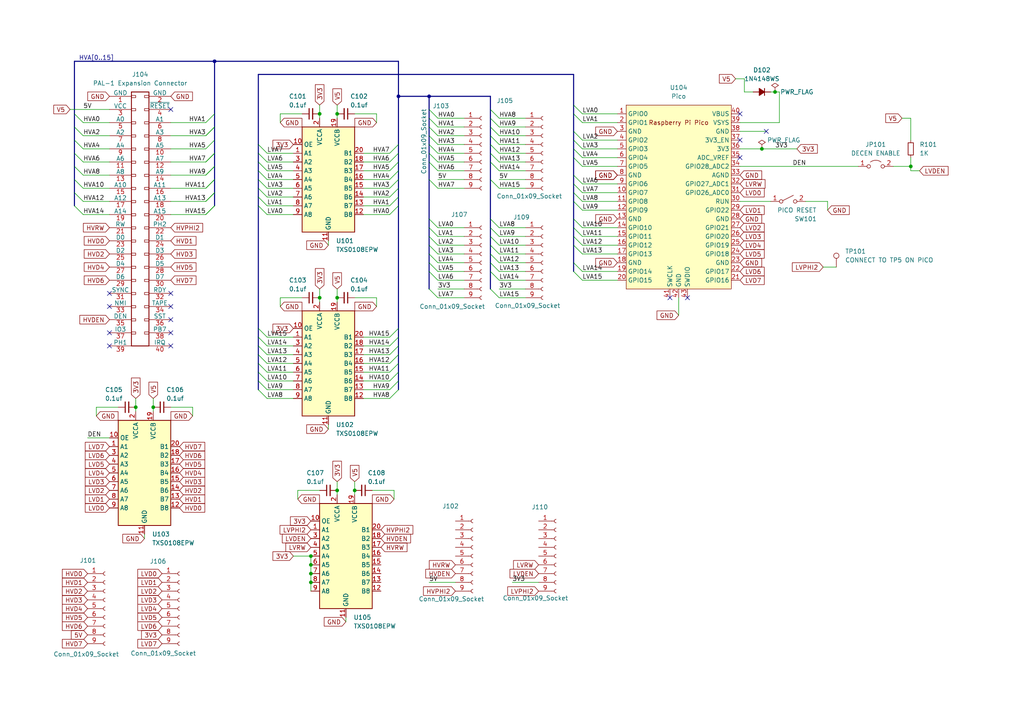
<source format=kicad_sch>
(kicad_sch (version 20231120) (generator "eeschema") (generator_version "8.0")
  (paper "A4")
  (junction (at 102.87 142.24))
  (junction (at 90.17 168.91))
  (junction (at 97.79 33.02))
  (junction (at 90.17 163.83))
  (junction (at 92.71 86.36))
  (junction (at 97.79 86.36))
  (junction (at 90.17 166.37))
  (junction (at 224.79 26.67))
  (junction (at 92.71 33.02))
  (junction (at 44.45 118.11))
  (junction (at 124.46 27.94))
  (junction (at 264.16 48.26))
  (junction (at 62.23 17.78))
  (junction (at 97.79 142.24))
  (junction (at 220.98 43.18))
  (junction (at 115.57 27.94))
  (junction (at 39.37 118.11))
  (junction (at 90.17 161.29))
  (no_connect (at 31.75 85.09))
  (no_connect (at 49.53 92.71))
  (no_connect (at 214.63 33.02))
  (no_connect (at 49.53 96.52))
  (no_connect (at 49.53 85.09))
  (no_connect (at 214.63 40.64))
  (no_connect (at 49.53 88.9))
  (no_connect (at 31.75 88.9))
  (no_connect (at 49.53 31.75))
  (no_connect (at 31.75 96.52))
  (no_connect (at 49.53 100.33))
  (no_connect (at 194.31 86.36))
  (no_connect (at 199.39 86.36))
  (no_connect (at 31.75 100.33))
  (no_connect (at 214.63 45.72))
  (no_connect (at 222.25 38.1))
  (bus_entry (at 166.37 76.2) (size 2.54 2.54))
  (bus_entry (at 59.69 35.56) (size 2.54 -2.54))
  (bus_entry (at 166.37 71.12) (size 2.54 2.54))
  (bus_entry (at 166.37 58.42) (size 2.54 2.54))
  (bus_entry (at 21.59 36.83) (size 2.54 2.54))
  (bus_entry (at 113.03 46.99) (size 2.54 -2.54))
  (bus_entry (at 21.59 55.88) (size 2.54 2.54))
  (bus_entry (at 166.37 40.64) (size 2.54 2.54))
  (bus_entry (at 166.37 33.02) (size 2.54 2.54))
  (bus_entry (at 113.03 100.33) (size 2.54 -2.54))
  (bus_entry (at 142.24 44.45) (size 2.54 2.54))
  (bus_entry (at 166.37 66.04) (size 2.54 2.54))
  (bus_entry (at 142.24 76.2) (size 2.54 2.54))
  (bus_entry (at 166.37 30.48) (size 2.54 2.54))
  (bus_entry (at 59.69 58.42) (size 2.54 -2.54))
  (bus_entry (at 142.24 39.37) (size 2.54 2.54))
  (bus_entry (at 124.46 78.74) (size 2.54 2.54))
  (bus_entry (at 142.24 41.91) (size 2.54 2.54))
  (bus_entry (at 166.37 78.74) (size 2.54 2.54))
  (bus_entry (at 166.37 68.58) (size 2.54 2.54))
  (bus_entry (at 166.37 63.5) (size 2.54 2.54))
  (bus_entry (at 142.24 73.66) (size 2.54 2.54))
  (bus_entry (at 142.24 52.07) (size 2.54 2.54))
  (bus_entry (at 166.37 43.18) (size 2.54 2.54))
  (bus_entry (at 59.69 39.37) (size 2.54 -2.54))
  (bus_entry (at 166.37 55.88) (size 2.54 2.54))
  (bus_entry (at 124.46 44.45) (size 2.54 2.54))
  (bus_entry (at 113.03 102.87) (size 2.54 -2.54))
  (bus_entry (at 74.93 41.91) (size 2.54 2.54))
  (bus_entry (at 113.03 107.95) (size 2.54 -2.54))
  (bus_entry (at 124.46 39.37) (size 2.54 2.54))
  (bus_entry (at 166.37 38.1) (size 2.54 2.54))
  (bus_entry (at 74.93 46.99) (size 2.54 2.54))
  (bus_entry (at 113.03 110.49) (size 2.54 -2.54))
  (bus_entry (at 113.03 115.57) (size 2.54 -2.54))
  (bus_entry (at 142.24 68.58) (size 2.54 2.54))
  (bus_entry (at 21.59 44.45) (size 2.54 2.54))
  (bus_entry (at 59.69 54.61) (size 2.54 -2.54))
  (bus_entry (at 113.03 105.41) (size 2.54 -2.54))
  (bus_entry (at 74.93 100.33) (size 2.54 2.54))
  (bus_entry (at 124.46 52.07) (size 2.54 2.54))
  (bus_entry (at 59.69 46.99) (size 2.54 -2.54))
  (bus_entry (at 59.69 62.23) (size 2.54 -2.54))
  (bus_entry (at 142.24 34.29) (size 2.54 2.54))
  (bus_entry (at 142.24 71.12) (size 2.54 2.54))
  (bus_entry (at 74.93 49.53) (size 2.54 2.54))
  (bus_entry (at 124.46 68.58) (size 2.54 2.54))
  (bus_entry (at 74.93 97.79) (size 2.54 2.54))
  (bus_entry (at 124.46 71.12) (size 2.54 2.54))
  (bus_entry (at 142.24 66.04) (size 2.54 2.54))
  (bus_entry (at 124.46 34.29) (size 2.54 2.54))
  (bus_entry (at 166.37 53.34) (size 2.54 2.54))
  (bus_entry (at 142.24 36.83) (size 2.54 2.54))
  (bus_entry (at 74.93 54.61) (size 2.54 2.54))
  (bus_entry (at 21.59 40.64) (size 2.54 2.54))
  (bus_entry (at 59.69 50.8) (size 2.54 -2.54))
  (bus_entry (at 59.69 54.61) (size 2.54 -2.54))
  (bus_entry (at 166.37 50.8) (size 2.54 2.54))
  (bus_entry (at 74.93 57.15) (size 2.54 2.54))
  (bus_entry (at 124.46 46.99) (size 2.54 2.54))
  (bus_entry (at 113.03 44.45) (size 2.54 -2.54))
  (bus_entry (at 124.46 66.04) (size 2.54 2.54))
  (bus_entry (at 124.46 83.82) (size 2.54 2.54))
  (bus_entry (at 74.93 110.49) (size 2.54 2.54))
  (bus_entry (at 142.24 83.82) (size 2.54 2.54))
  (bus_entry (at 74.93 107.95) (size 2.54 2.54))
  (bus_entry (at 142.24 46.99) (size 2.54 2.54))
  (bus_entry (at 124.46 31.75) (size 2.54 2.54))
  (bus_entry (at 74.93 105.41) (size 2.54 2.54))
  (bus_entry (at 59.69 39.37) (size 2.54 -2.54))
  (bus_entry (at 113.03 97.79) (size 2.54 -2.54))
  (bus_entry (at 59.69 50.8) (size 2.54 -2.54))
  (bus_entry (at 74.93 113.03) (size 2.54 2.54))
  (bus_entry (at 74.93 44.45) (size 2.54 2.54))
  (bus_entry (at 142.24 63.5) (size 2.54 2.54))
  (bus_entry (at 113.03 62.23) (size 2.54 -2.54))
  (bus_entry (at 166.37 45.72) (size 2.54 2.54))
  (bus_entry (at 124.46 63.5) (size 2.54 2.54))
  (bus_entry (at 59.69 58.42) (size 2.54 -2.54))
  (bus_entry (at 124.46 36.83) (size 2.54 2.54))
  (bus_entry (at 21.59 48.26) (size 2.54 2.54))
  (bus_entry (at 59.69 62.23) (size 2.54 -2.54))
  (bus_entry (at 74.93 52.07) (size 2.54 2.54))
  (bus_entry (at 113.03 59.69) (size 2.54 -2.54))
  (bus_entry (at 124.46 76.2) (size 2.54 2.54))
  (bus_entry (at 142.24 31.75) (size 2.54 2.54))
  (bus_entry (at 21.59 59.69) (size 2.54 2.54))
  (bus_entry (at 21.59 52.07) (size 2.54 2.54))
  (bus_entry (at 59.69 43.18) (size 2.54 -2.54))
  (bus_entry (at 124.46 73.66) (size 2.54 2.54))
  (bus_entry (at 113.03 49.53) (size 2.54 -2.54))
  (bus_entry (at 74.93 102.87) (size 2.54 2.54))
  (bus_entry (at 74.93 95.25) (size 2.54 2.54))
  (bus_entry (at 74.93 59.69) (size 2.54 2.54))
  (bus_entry (at 113.03 57.15) (size 2.54 -2.54))
  (bus_entry (at 142.24 78.74) (size 2.54 2.54))
  (bus_entry (at 113.03 113.03) (size 2.54 -2.54))
  (bus_entry (at 113.03 52.07) (size 2.54 -2.54))
  (bus_entry (at 59.69 46.99) (size 2.54 -2.54))
  (bus_entry (at 124.46 41.91) (size 2.54 2.54))
  (bus_entry (at 113.03 54.61) (size 2.54 -2.54))
  (bus_entry (at 21.59 33.02) (size 2.54 2.54))
  (wire (pts (xy 168.91 73.66) (xy 179.07 73.66)))
  (wire (pts (xy 127 81.28) (xy 134.62 81.28)))
  (wire (pts (xy 49.53 43.18) (xy 59.69 43.18)))
  (wire (pts (xy 168.91 33.02) (xy 179.07 33.02)))
  (wire (pts (xy 92.71 33.02) (xy 92.71 34.29)))
  (wire (pts (xy 114.3 142.24) (xy 114.3 144.78)))
  (wire (pts (xy 144.78 66.04) (xy 152.4 66.04)))
  (wire (pts (xy 144.78 49.53) (xy 152.4 49.53)))
  (wire (pts (xy 77.47 44.45) (xy 85.09 44.45)))
  (wire (pts (xy 168.91 48.26) (xy 179.07 48.26)))
  (wire (pts (xy 144.78 86.36) (xy 152.4 86.36)))
  (wire (pts (xy 144.78 41.91) (xy 152.4 41.91)))
  (bus (pts (xy 115.57 49.53) (xy 115.57 52.07)))
  (wire (pts (xy 105.41 102.87) (xy 113.03 102.87)))
  (wire (pts (xy 218.44 26.67) (xy 215.9 26.67)))
  (bus (pts (xy 115.57 107.95) (xy 115.57 110.49)))
  (wire (pts (xy 226.06 26.67) (xy 226.06 35.56)))
  (bus (pts (xy 166.37 68.58) (xy 166.37 71.12)))
  (bus (pts (xy 62.23 40.64) (xy 62.23 44.45)))
  (bus (pts (xy 124.46 31.75) (xy 124.46 34.29)))
  (wire (pts (xy 102.87 139.7) (xy 102.87 142.24)))
  (wire (pts (xy 127 71.12) (xy 134.62 71.12)))
  (bus (pts (xy 74.93 113.03) (xy 74.93 110.49)))
  (wire (pts (xy 144.78 83.82) (xy 152.4 83.82)))
  (wire (pts (xy 264.16 48.26) (xy 264.16 49.53)))
  (wire (pts (xy 168.91 53.34) (xy 179.07 53.34)))
  (bus (pts (xy 62.23 17.78) (xy 62.23 33.02)))
  (bus (pts (xy 142.24 34.29) (xy 142.24 36.83)))
  (bus (pts (xy 166.37 33.02) (xy 166.37 38.1)))
  (wire (pts (xy 24.13 62.23) (xy 31.75 62.23)))
  (bus (pts (xy 21.59 40.64) (xy 21.59 36.83)))
  (wire (pts (xy 214.63 58.42) (xy 223.52 58.42)))
  (wire (pts (xy 44.45 115.57) (xy 44.45 118.11)))
  (bus (pts (xy 142.24 71.12) (xy 142.24 73.66)))
  (wire (pts (xy 77.47 57.15) (xy 85.09 57.15)))
  (bus (pts (xy 74.93 59.69) (xy 74.93 57.15)))
  (wire (pts (xy 97.79 33.02) (xy 97.79 34.29)))
  (bus (pts (xy 166.37 66.04) (xy 166.37 68.58)))
  (wire (pts (xy 168.91 66.04) (xy 179.07 66.04)))
  (bus (pts (xy 124.46 68.58) (xy 124.46 71.12)))
  (wire (pts (xy 49.53 46.99) (xy 59.69 46.99)))
  (bus (pts (xy 21.59 52.07) (xy 21.59 48.26)))
  (wire (pts (xy 259.08 48.26) (xy 264.16 48.26)))
  (wire (pts (xy 39.37 118.11) (xy 39.37 119.38)))
  (wire (pts (xy 95.25 69.85) (xy 95.25 71.12)))
  (wire (pts (xy 105.41 46.99) (xy 113.03 46.99)))
  (bus (pts (xy 142.24 36.83) (xy 142.24 39.37)))
  (bus (pts (xy 166.37 63.5) (xy 166.37 66.04)))
  (wire (pts (xy 213.36 22.86) (xy 215.9 22.86)))
  (bus (pts (xy 74.93 41.91) (xy 74.93 21.59)))
  (wire (pts (xy 24.13 46.99) (xy 31.75 46.99)))
  (wire (pts (xy 90.17 166.37) (xy 90.17 168.91)))
  (wire (pts (xy 168.91 60.96) (xy 179.07 60.96)))
  (wire (pts (xy 144.78 81.28) (xy 152.4 81.28)))
  (bus (pts (xy 62.23 36.83) (xy 62.23 40.64)))
  (wire (pts (xy 127 52.07) (xy 134.62 52.07)))
  (wire (pts (xy 144.78 76.2) (xy 152.4 76.2)))
  (wire (pts (xy 214.63 43.18) (xy 220.98 43.18)))
  (wire (pts (xy 49.53 50.8) (xy 59.69 50.8)))
  (wire (pts (xy 148.59 168.91) (xy 156.21 168.91)))
  (wire (pts (xy 97.79 30.48) (xy 97.79 33.02)))
  (wire (pts (xy 77.47 46.99) (xy 85.09 46.99)))
  (wire (pts (xy 77.47 100.33) (xy 85.09 100.33)))
  (wire (pts (xy 77.47 59.69) (xy 85.09 59.69)))
  (wire (pts (xy 105.41 113.03) (xy 113.03 113.03)))
  (bus (pts (xy 115.57 110.49) (xy 115.57 113.03)))
  (bus (pts (xy 74.93 105.41) (xy 74.93 102.87)))
  (wire (pts (xy 127 44.45) (xy 134.62 44.45)))
  (wire (pts (xy 81.28 86.36) (xy 81.28 88.9)))
  (wire (pts (xy 49.53 62.23) (xy 59.69 62.23)))
  (bus (pts (xy 62.23 52.07) (xy 62.23 55.88)))
  (wire (pts (xy 220.98 43.18) (xy 231.14 43.18)))
  (wire (pts (xy 24.13 35.56) (xy 31.75 35.56)))
  (bus (pts (xy 166.37 58.42) (xy 166.37 63.5)))
  (wire (pts (xy 97.79 142.24) (xy 97.79 143.51)))
  (wire (pts (xy 97.79 86.36) (xy 97.79 87.63)))
  (bus (pts (xy 21.59 59.69) (xy 21.59 55.88)))
  (wire (pts (xy 105.41 59.69) (xy 113.03 59.69)))
  (bus (pts (xy 166.37 30.48) (xy 166.37 33.02)))
  (wire (pts (xy 105.41 105.41) (xy 113.03 105.41)))
  (wire (pts (xy 97.79 83.82) (xy 97.79 86.36)))
  (wire (pts (xy 24.13 54.61) (xy 31.75 54.61)))
  (wire (pts (xy 100.33 179.07) (xy 100.33 180.34)))
  (bus (pts (xy 62.23 17.78) (xy 115.57 17.78)))
  (wire (pts (xy 238.76 77.47) (xy 242.57 77.47)))
  (bus (pts (xy 124.46 39.37) (xy 124.46 41.91)))
  (wire (pts (xy 168.91 78.74) (xy 179.07 78.74)))
  (wire (pts (xy 81.28 86.36) (xy 87.63 86.36)))
  (wire (pts (xy 127 78.74) (xy 134.62 78.74)))
  (wire (pts (xy 264.16 49.53) (xy 266.7 49.53)))
  (wire (pts (xy 77.47 110.49) (xy 85.09 110.49)))
  (wire (pts (xy 39.37 115.57) (xy 39.37 118.11)))
  (wire (pts (xy 144.78 54.61) (xy 152.4 54.61)))
  (wire (pts (xy 92.71 83.82) (xy 92.71 86.36)))
  (wire (pts (xy 90.17 161.29) (xy 90.17 163.83)))
  (bus (pts (xy 74.93 49.53) (xy 74.93 46.99)))
  (wire (pts (xy 24.13 43.18) (xy 31.75 43.18)))
  (bus (pts (xy 142.24 39.37) (xy 142.24 41.91)))
  (wire (pts (xy 27.94 118.11) (xy 34.29 118.11)))
  (wire (pts (xy 24.13 39.37) (xy 31.75 39.37)))
  (wire (pts (xy 233.68 58.42) (xy 240.03 58.42)))
  (wire (pts (xy 105.41 107.95) (xy 113.03 107.95)))
  (wire (pts (xy 25.4 127) (xy 31.75 127)))
  (wire (pts (xy 127 73.66) (xy 134.62 73.66)))
  (wire (pts (xy 77.47 113.03) (xy 85.09 113.03)))
  (wire (pts (xy 77.47 107.95) (xy 85.09 107.95)))
  (bus (pts (xy 62.23 44.45) (xy 62.23 48.26)))
  (bus (pts (xy 142.24 46.99) (xy 142.24 52.07)))
  (bus (pts (xy 142.24 78.74) (xy 142.24 83.82)))
  (wire (pts (xy 224.79 26.67) (xy 226.06 26.67)))
  (bus (pts (xy 124.46 78.74) (xy 124.46 83.82)))
  (wire (pts (xy 144.78 46.99) (xy 152.4 46.99)))
  (bus (pts (xy 115.57 59.69) (xy 115.57 95.25)))
  (wire (pts (xy 144.78 34.29) (xy 152.4 34.29)))
  (wire (pts (xy 20.32 31.75) (xy 31.75 31.75)))
  (wire (pts (xy 223.52 26.67) (xy 224.79 26.67)))
  (bus (pts (xy 142.24 41.91) (xy 142.24 44.45)))
  (wire (pts (xy 144.78 44.45) (xy 152.4 44.45)))
  (bus (pts (xy 124.46 27.94) (xy 142.24 27.94)))
  (wire (pts (xy 168.91 43.18) (xy 179.07 43.18)))
  (wire (pts (xy 49.53 54.61) (xy 59.69 54.61)))
  (bus (pts (xy 124.46 63.5) (xy 124.46 66.04)))
  (bus (pts (xy 142.24 76.2) (xy 142.24 78.74)))
  (bus (pts (xy 62.23 33.02) (xy 62.23 36.83)))
  (wire (pts (xy 105.41 115.57) (xy 113.03 115.57)))
  (bus (pts (xy 166.37 50.8) (xy 166.37 53.34)))
  (bus (pts (xy 142.24 63.5) (xy 142.24 66.04)))
  (bus (pts (xy 166.37 45.72) (xy 166.37 50.8)))
  (wire (pts (xy 77.47 115.57) (xy 85.09 115.57)))
  (bus (pts (xy 74.93 57.15) (xy 74.93 54.61)))
  (wire (pts (xy 127 39.37) (xy 134.62 39.37)))
  (bus (pts (xy 74.93 102.87) (xy 74.93 100.33)))
  (bus (pts (xy 166.37 40.64) (xy 166.37 43.18)))
  (bus (pts (xy 124.46 34.29) (xy 124.46 36.83)))
  (wire (pts (xy 168.91 68.58) (xy 179.07 68.58)))
  (wire (pts (xy 41.91 154.94) (xy 41.91 156.21)))
  (wire (pts (xy 109.22 88.9) (xy 109.22 86.36)))
  (wire (pts (xy 264.16 40.64) (xy 264.16 34.29)))
  (wire (pts (xy 102.87 33.02) (xy 109.22 33.02)))
  (wire (pts (xy 127 68.58) (xy 134.62 68.58)))
  (wire (pts (xy 102.87 86.36) (xy 109.22 86.36)))
  (wire (pts (xy 87.63 33.02) (xy 81.28 33.02)))
  (wire (pts (xy 86.36 142.24) (xy 86.36 144.78)))
  (bus (pts (xy 115.57 27.94) (xy 115.57 41.91)))
  (wire (pts (xy 168.91 58.42) (xy 179.07 58.42)))
  (wire (pts (xy 81.28 33.02) (xy 81.28 35.56)))
  (wire (pts (xy 105.41 57.15) (xy 113.03 57.15)))
  (bus (pts (xy 21.59 36.83) (xy 21.59 33.02)))
  (bus (pts (xy 166.37 43.18) (xy 166.37 45.72)))
  (wire (pts (xy 77.47 62.23) (xy 85.09 62.23)))
  (wire (pts (xy 77.47 52.07) (xy 85.09 52.07)))
  (bus (pts (xy 115.57 102.87) (xy 115.57 105.41)))
  (bus (pts (xy 124.46 46.99) (xy 124.46 52.07)))
  (bus (pts (xy 124.46 44.45) (xy 124.46 46.99)))
  (bus (pts (xy 124.46 71.12) (xy 124.46 73.66)))
  (wire (pts (xy 127 66.04) (xy 134.62 66.04)))
  (wire (pts (xy 49.53 35.56) (xy 59.69 35.56)))
  (bus (pts (xy 124.46 31.75) (xy 124.46 27.94)))
  (bus (pts (xy 124.46 66.04) (xy 124.46 68.58)))
  (wire (pts (xy 127 34.29) (xy 134.62 34.29)))
  (wire (pts (xy 144.78 36.83) (xy 152.4 36.83)))
  (bus (pts (xy 124.46 73.66) (xy 124.46 76.2)))
  (bus (pts (xy 115.57 95.25) (xy 115.57 97.79)))
  (bus (pts (xy 142.24 68.58) (xy 142.24 71.12)))
  (wire (pts (xy 168.91 35.56) (xy 179.07 35.56)))
  (bus (pts (xy 74.93 46.99) (xy 74.93 44.45)))
  (wire (pts (xy 92.71 86.36) (xy 92.71 87.63)))
  (wire (pts (xy 127 46.99) (xy 134.62 46.99)))
  (wire (pts (xy 105.41 54.61) (xy 113.03 54.61)))
  (bus (pts (xy 74.93 110.49) (xy 74.93 107.95)))
  (wire (pts (xy 77.47 102.87) (xy 85.09 102.87)))
  (bus (pts (xy 62.23 55.88) (xy 62.23 59.69)))
  (bus (pts (xy 74.93 21.59) (xy 166.37 21.59)))
  (wire (pts (xy 95.25 123.19) (xy 95.25 124.46)))
  (bus (pts (xy 74.93 97.79) (xy 74.93 95.25)))
  (bus (pts (xy 21.59 33.02) (xy 21.59 17.78)))
  (bus (pts (xy 74.93 44.45) (xy 74.93 41.91)))
  (wire (pts (xy 107.95 142.24) (xy 114.3 142.24)))
  (wire (pts (xy 105.41 52.07) (xy 113.03 52.07)))
  (wire (pts (xy 168.91 81.28) (xy 179.07 81.28)))
  (bus (pts (xy 142.24 73.66) (xy 142.24 76.2)))
  (bus (pts (xy 74.93 54.61) (xy 74.93 52.07)))
  (wire (pts (xy 97.79 139.7) (xy 97.79 142.24)))
  (wire (pts (xy 102.87 142.24) (xy 102.87 143.51)))
  (wire (pts (xy 127 49.53) (xy 134.62 49.53)))
  (wire (pts (xy 24.13 58.42) (xy 31.75 58.42)))
  (bus (pts (xy 142.24 44.45) (xy 142.24 46.99)))
  (wire (pts (xy 86.36 142.24) (xy 92.71 142.24)))
  (wire (pts (xy 127 36.83) (xy 134.62 36.83)))
  (wire (pts (xy 77.47 49.53) (xy 85.09 49.53)))
  (bus (pts (xy 142.24 66.04) (xy 142.24 68.58)))
  (wire (pts (xy 90.17 168.91) (xy 90.17 171.45)))
  (bus (pts (xy 124.46 27.94) (xy 115.57 27.94)))
  (bus (pts (xy 142.24 52.07) (xy 142.24 63.5)))
  (bus (pts (xy 115.57 52.07) (xy 115.57 54.61)))
  (wire (pts (xy 214.63 35.56) (xy 226.06 35.56)))
  (wire (pts (xy 196.85 86.36) (xy 196.85 91.44)))
  (bus (pts (xy 74.93 100.33) (xy 74.93 97.79)))
  (bus (pts (xy 166.37 53.34) (xy 166.37 55.88)))
  (wire (pts (xy 77.47 97.79) (xy 85.09 97.79)))
  (wire (pts (xy 127 41.91) (xy 134.62 41.91)))
  (bus (pts (xy 124.46 36.83) (xy 124.46 39.37)))
  (bus (pts (xy 115.57 97.79) (xy 115.57 100.33)))
  (bus (pts (xy 166.37 71.12) (xy 166.37 76.2)))
  (wire (pts (xy 24.13 50.8) (xy 31.75 50.8)))
  (wire (pts (xy 144.78 39.37) (xy 152.4 39.37)))
  (wire (pts (xy 124.46 168.91) (xy 132.08 168.91)))
  (wire (pts (xy 77.47 105.41) (xy 85.09 105.41)))
  (wire (pts (xy 27.94 118.11) (xy 27.94 120.65)))
  (wire (pts (xy 168.91 45.72) (xy 179.07 45.72)))
  (wire (pts (xy 168.91 40.64) (xy 179.07 40.64)))
  (bus (pts (xy 74.93 95.25) (xy 74.93 59.69)))
  (wire (pts (xy 109.22 33.02) (xy 109.22 35.56)))
  (bus (pts (xy 62.23 48.26) (xy 62.23 52.07)))
  (wire (pts (xy 214.63 48.26) (xy 248.92 48.26)))
  (bus (pts (xy 115.57 41.91) (xy 115.57 44.45)))
  (bus (pts (xy 115.57 54.61) (xy 115.57 57.15)))
  (wire (pts (xy 127 83.82) (xy 134.62 83.82)))
  (bus (pts (xy 124.46 52.07) (xy 124.46 63.5)))
  (bus (pts (xy 166.37 55.88) (xy 166.37 58.42)))
  (bus (pts (xy 74.93 107.95) (xy 74.93 105.41)))
  (wire (pts (xy 105.41 97.79) (xy 113.03 97.79)))
  (wire (pts (xy 90.17 163.83) (xy 90.17 166.37)))
  (bus (pts (xy 21.59 17.78) (xy 62.23 17.78)))
  (wire (pts (xy 264.16 45.72) (xy 264.16 48.26)))
  (wire (pts (xy 105.41 44.45) (xy 113.03 44.45)))
  (wire (pts (xy 105.41 100.33) (xy 113.03 100.33)))
  (wire (pts (xy 105.41 49.53) (xy 113.03 49.53)))
  (bus (pts (xy 74.93 52.07) (xy 74.93 49.53)))
  (wire (pts (xy 144.78 68.58) (xy 152.4 68.58)))
  (wire (pts (xy 168.91 71.12) (xy 179.07 71.12)))
  (wire (pts (xy 144.78 78.74) (xy 152.4 78.74)))
  (wire (pts (xy 127 76.2) (xy 134.62 76.2)))
  (wire (pts (xy 49.53 58.42) (xy 59.69 58.42)))
  (bus (pts (xy 115.57 105.41) (xy 115.57 107.95)))
  (wire (pts (xy 92.71 30.48) (xy 92.71 33.02)))
  (wire (pts (xy 144.78 73.66) (xy 152.4 73.66)))
  (wire (pts (xy 214.63 38.1) (xy 222.25 38.1)))
  (bus (pts (xy 115.57 57.15) (xy 115.57 59.69)))
  (bus (pts (xy 115.57 46.99) (xy 115.57 49.53)))
  (bus (pts (xy 115.57 17.78) (xy 115.57 27.94)))
  (bus (pts (xy 21.59 48.26) (xy 21.59 44.45)))
  (bus (pts (xy 166.37 76.2) (xy 166.37 78.74)))
  (bus (pts (xy 124.46 76.2) (xy 124.46 78.74)))
  (wire (pts (xy 168.91 55.88) (xy 179.07 55.88)))
  (bus (pts (xy 142.24 31.75) (xy 142.24 34.29)))
  (wire (pts (xy 55.88 118.11) (xy 55.88 120.65)))
  (bus (pts (xy 142.24 27.94) (xy 142.24 31.75)))
  (wire (pts (xy 105.41 62.23) (xy 113.03 62.23)))
  (wire (pts (xy 49.53 39.37) (xy 59.69 39.37)))
  (bus (pts (xy 21.59 55.88) (xy 21.59 52.07)))
  (wire (pts (xy 144.78 71.12) (xy 152.4 71.12)))
  (bus (pts (xy 166.37 38.1) (xy 166.37 40.64)))
  (wire (pts (xy 127 54.61) (xy 134.62 54.61)))
  (bus (pts (xy 115.57 100.33) (xy 115.57 102.87)))
  (bus (pts (xy 166.37 21.59) (xy 166.37 30.48)))
  (wire (pts (xy 215.9 22.86) (xy 215.9 26.67)))
  (wire (pts (xy 49.53 118.11) (xy 55.88 118.11)))
  (bus (pts (xy 21.59 44.45) (xy 21.59 40.64)))
  (wire (pts (xy 264.16 34.29) (xy 261.62 34.29)))
  (wire (pts (xy 127 86.36) (xy 134.62 86.36)))
  (wire (pts (xy 77.47 54.61) (xy 85.09 54.61)))
  (wire (pts (xy 44.45 118.11) (xy 44.45 119.38)))
  (wire (pts (xy 240.03 58.42) (xy 240.03 60.96)))
  (bus (pts (xy 115.57 44.45) (xy 115.57 46.99)))
  (wire (pts (xy 144.78 52.07) (xy 152.4 52.07)))
  (bus (pts (xy 124.46 41.91) (xy 124.46 44.45)))
  (wire (pts (xy 105.41 110.49) (xy 113.03 110.49)))
  (wire (pts (xy 85.09 161.29) (xy 90.17 161.29)))
  (label "HVA6" (at 127 49.53 0))
  (label "LVA3" (at 168.91 43.18 0))
  (label "LVA2" (at 127 71.12 0))
  (label "DEN" (at 25.4 127 0))
  (label "HVA9" (at 144.78 36.83 0))
  (label "5V" (at 24.13 31.75 0))
  (label "LVA0" (at 168.91 33.02 0))
  (label "LVA4" (at 77.47 52.07 0))
  (label "LVA6" (at 168.91 53.34 0))
  (label "HVA5" (at 127 46.99 0))
  (label "3V3" (at 148.59 168.91 0))
  (label "HVA3" (at 127 41.91 0))
  (label "HVA9" (at 59.69 50.8 180))
  (label "LVA12" (at 168.91 71.12 0))
  (label "HVA3" (at 59.69 39.37 180))
  (label "HVA14" (at 144.78 49.53 0))
  (label "HVA6" (at 24.13 46.99 0))
  (label "HVA14" (at 113.03 100.33 180))
  (label "HVA2" (at 127 39.37 0))
  (label "HVA8" (at 113.03 115.57 180))
  (label "LVA7" (at 127 86.36 0))
  (label "LVA9" (at 77.47 113.03 0))
  (label "HVA11" (at 113.03 107.95 180))
  (label "DEN" (at 229.87 48.26 0))
  (label "LVA10" (at 77.47 110.49 0))
  (label "HVA0" (at 113.03 62.23 180))
  (label "HVA11" (at 59.69 54.61 180))
  (label "LVA2" (at 168.91 40.64 0))
  (label "HVA1" (at 113.03 59.69 180))
  (label "LVA1" (at 168.91 35.56 0))
  (label "LVA12" (at 77.47 105.41 0))
  (label "HVA12" (at 113.03 105.41 180))
  (label "HVA13" (at 59.69 58.42 180))
  (label "HVA9" (at 113.03 113.03 180))
  (label "LVA13" (at 77.47 102.87 0))
  (label "LVA15" (at 168.91 81.28 0))
  (label "LVA15" (at 77.47 97.79 0))
  (label "LVA1" (at 77.47 59.69 0))
  (label "LVA6" (at 127 81.28 0))
  (label "LVA10" (at 168.91 66.04 0))
  (label "HVA0" (at 24.13 35.56 0))
  (label "LVA7" (at 77.47 44.45 0))
  (label "LVA14" (at 144.78 81.28 0))
  (label "LVA0" (at 77.47 62.23 0))
  (label "HVA6" (at 113.03 46.99 180))
  (label "HVA10" (at 144.78 39.37 0))
  (label "5V" (at 144.78 52.07 0))
  (label "HVA8" (at 144.78 34.29 0))
  (label "HVA0" (at 127 34.29 0))
  (label "HVA5" (at 59.69 43.18 180))
  (label "LVA9" (at 144.78 68.58 0))
  (label "HVA12" (at 144.78 44.45 0))
  (label "LVA0" (at 127 66.04 0))
  (label "HVA4" (at 113.03 52.07 180))
  (label "HVA3" (at 113.03 54.61 180))
  (label "LVA8" (at 77.47 115.57 0))
  (label "LVA8" (at 144.78 66.04 0))
  (label "LVA6" (at 77.47 46.99 0))
  (label "HVA7" (at 127 54.61 0))
  (label "LVA10" (at 144.78 71.12 0))
  (label "LVA11" (at 144.78 73.66 0))
  (label "HVA[0..15]" (at 22.86 17.78 0))
  (label "LVA11" (at 77.47 107.95 0))
  (label "HVA11" (at 144.78 41.91 0))
  (label "LVA5" (at 168.91 48.26 0))
  (label "HVA14" (at 24.13 62.23 0))
  (label "3V3" (at 224.79 43.18 0))
  (label "HVA1" (at 59.69 35.56 180))
  (label "HVA7" (at 59.69 46.99 180))
  (label "LVA9" (at 168.91 60.96 0))
  (label "HVA10" (at 113.03 110.49 180))
  (label "HVA2" (at 24.13 39.37 0))
  (label "LVA3" (at 127 73.66 0))
  (label "LVA5" (at 77.47 49.53 0))
  (label "LVA8" (at 168.91 58.42 0))
  (label "HVA4" (at 24.13 43.18 0))
  (label "HVA2" (at 113.03 57.15 180))
  (label "LVA14" (at 77.47 100.33 0))
  (label "LVA15" (at 144.78 86.36 0))
  (label "HVA12" (at 24.13 58.42 0))
  (label "LVA14" (at 168.91 78.74 0))
  (label "HVA15" (at 144.78 54.61 0))
  (label "HVA5" (at 113.03 49.53 180))
  (label "HVA13" (at 144.78 46.99 0))
  (label "LVA4" (at 168.91 45.72 0))
  (label "HVA8" (at 24.13 50.8 0))
  (label "HVA13" (at 113.03 102.87 180))
  (label "5V" (at 124.46 168.91 0))
  (label "3V3" (at 144.78 83.82 0))
  (label "LVA13" (at 168.91 73.66 0))
  (label "HVA7" (at 113.03 44.45 180))
  (label "HVA15" (at 59.69 62.23 180))
  (label "HVA4" (at 127 44.45 0))
  (label "LVA4" (at 127 76.2 0))
  (label "3V3" (at 127 83.82 0))
  (label "HVA15" (at 113.03 97.79 180))
  (label "LVA11" (at 168.91 68.58 0))
  (label "LVA12" (at 144.78 76.2 0))
  (label "LVA3" (at 77.47 54.61 0))
  (label "LVA5" (at 127 78.74 0))
  (label "HVA1" (at 127 36.83 0))
  (label "LVA1" (at 127 68.58 0))
  (label "LVA7" (at 168.91 55.88 0))
  (label "HVA10" (at 24.13 54.61 0))
  (label "LVA2" (at 77.47 57.15 0))
  (label "5V" (at 127 52.07 0))
  (label "LVA13" (at 144.78 78.74 0))
  (global_label "HVD5" (shape input) (at 49.53 77.47 0) (property "Intersheetrefs" "${INTERSHEET_REFS}" (effects (hide yes))))
  (global_label "LVDEN" (shape input) (at 156.21 166.37 180) (property "Intersheetrefs" "${INTERSHEET_REFS}" (effects (hide yes))))
  (global_label "3V3" (shape input) (at 97.79 139.7 90) (property "Intersheetrefs" "${INTERSHEET_REFS}" (effects (hide yes))))
  (global_label "LVD0" (shape input) (at 214.63 55.88 0) (property "Intersheetrefs" "${INTERSHEET_REFS}" (effects (hide yes))))
  (global_label "LVD1" (shape input) (at 31.75 144.78 180) (property "Intersheetrefs" "${INTERSHEET_REFS}" (effects (hide yes))))
  (global_label "HVRW" (shape input) (at 110.49 158.75 0) (property "Intersheetrefs" "${INTERSHEET_REFS}" (effects (hide yes))))
  (global_label "GND" (shape input) (at 196.85 91.44 180) (property "Intersheetrefs" "${INTERSHEET_REFS}" (effects (hide yes))))
  (global_label "GND" (shape input) (at 179.07 38.1 180) (property "Intersheetrefs" "${INTERSHEET_REFS}" (effects (hide yes))))
  (global_label "LVD0" (shape input) (at 31.75 147.32 180) (property "Intersheetrefs" "${INTERSHEET_REFS}" (effects (hide yes))))
  (global_label "LVD4" (shape input) (at 31.75 137.16 180) (property "Intersheetrefs" "${INTERSHEET_REFS}" (effects (hide yes))))
  (global_label "3V3" (shape input) (at 90.17 151.13 180) (property "Intersheetrefs" "${INTERSHEET_REFS}" (effects (hide yes))))
  (global_label "HVD1" (shape input) (at 25.4 168.91 180) (property "Intersheetrefs" "${INTERSHEET_REFS}" (effects (hide yes))))
  (global_label "LVRW" (shape input) (at 156.21 163.83 180) (property "Intersheetrefs" "${INTERSHEET_REFS}" (effects (hide yes))))
  (global_label "3V3" (shape input) (at 85.09 41.91 180) (property "Intersheetrefs" "${INTERSHEET_REFS}" (effects (hide yes))))
  (global_label "LVD6" (shape input) (at 31.75 132.08 180) (property "Intersheetrefs" "${INTERSHEET_REFS}" (effects (hide yes))))
  (global_label "GND" (shape input) (at 86.36 144.78 0) (property "Intersheetrefs" "${INTERSHEET_REFS}" (effects (hide yes))))
  (global_label "GND" (shape input) (at 100.33 180.34 180) (property "Intersheetrefs" "${INTERSHEET_REFS}" (effects (hide yes))))
  (global_label "HVD6" (shape input) (at 31.75 81.28 180) (property "Intersheetrefs" "${INTERSHEET_REFS}" (effects (hide yes))))
  (global_label "LVD1" (shape input) (at 46.99 168.91 180) (property "Intersheetrefs" "${INTERSHEET_REFS}" (effects (hide yes))))
  (global_label "V5" (shape input) (at 261.62 34.29 180) (property "Intersheetrefs" "${INTERSHEET_REFS}" (effects (hide yes))))
  (global_label "LVRW" (shape input) (at 90.17 158.75 180) (property "Intersheetrefs" "${INTERSHEET_REFS}" (effects (hide yes))))
  (global_label "LVPHI2" (shape input) (at 238.76 77.47 180) (property "Intersheetrefs" "${INTERSHEET_REFS}" (effects (hide yes))))
  (global_label "LVD2" (shape input) (at 46.99 171.45 180) (property "Intersheetrefs" "${INTERSHEET_REFS}" (effects (hide yes))))
  (global_label "GND" (shape input) (at 55.88 120.65 180) (property "Intersheetrefs" "${INTERSHEET_REFS}" (effects (hide yes))))
  (global_label "HVD3" (shape input) (at 52.07 139.7 0) (property "Intersheetrefs" "${INTERSHEET_REFS}" (effects (hide yes))))
  (global_label "LVD7" (shape input) (at 214.63 81.28 0) (property "Intersheetrefs" "${INTERSHEET_REFS}" (effects (hide yes))))
  (global_label "GND" (shape input) (at 27.94 120.65 0) (property "Intersheetrefs" "${INTERSHEET_REFS}" (effects (hide yes))))
  (global_label "3V3" (shape input) (at 92.71 30.48 90) (property "Intersheetrefs" "${INTERSHEET_REFS}" (effects (hide yes))))
  (global_label "LVD7" (shape input) (at 46.99 186.69 180) (property "Intersheetrefs" "${INTERSHEET_REFS}" (effects (hide yes))))
  (global_label "LVD1" (shape input) (at 214.63 60.96 0) (property "Intersheetrefs" "${INTERSHEET_REFS}" (effects (hide yes))))
  (global_label "HVPHI2" (shape input) (at 110.49 153.67 0) (property "Intersheetrefs" "${INTERSHEET_REFS}" (effects (hide yes))))
  (global_label "LVD3" (shape input) (at 31.75 139.7 180) (property "Intersheetrefs" "${INTERSHEET_REFS}" (effects (hide yes))))
  (global_label "GND" (shape input) (at 179.07 63.5 180) (property "Intersheetrefs" "${INTERSHEET_REFS}" (effects (hide yes))))
  (global_label "HVD3" (shape input) (at 25.4 173.99 180) (property "Intersheetrefs" "${INTERSHEET_REFS}" (effects (hide yes))))
  (global_label "HVD6" (shape input) (at 25.4 181.61 180) (property "Intersheetrefs" "${INTERSHEET_REFS}" (effects (hide yes))))
  (global_label "3V3" (shape input) (at 85.09 95.25 180) (property "Intersheetrefs" "${INTERSHEET_REFS}" (effects (hide yes))))
  (global_label "HVDEN" (shape input) (at 132.08 166.37 180) (property "Intersheetrefs" "${INTERSHEET_REFS}" (effects (hide yes))))
  (global_label "GND" (shape input) (at 179.07 50.8 180) (property "Intersheetrefs" "${INTERSHEET_REFS}" (effects (hide yes))))
  (global_label "LVRW" (shape input) (at 214.63 53.34 0) (property "Intersheetrefs" "${INTERSHEET_REFS}" (effects (hide yes))))
  (global_label "LVD4" (shape input) (at 214.63 71.12 0) (property "Intersheetrefs" "${INTERSHEET_REFS}" (effects (hide yes))))
  (global_label "V5" (shape input) (at 97.79 30.48 90) (property "Intersheetrefs" "${INTERSHEET_REFS}" (effects (hide yes))))
  (global_label "GND" (shape input) (at 114.3 144.78 180) (property "Intersheetrefs" "${INTERSHEET_REFS}" (effects (hide yes))))
  (global_label "GND" (shape input) (at 109.22 35.56 180) (property "Intersheetrefs" "${INTERSHEET_REFS}" (effects (hide yes))))
  (global_label "GND" (shape input) (at 49.53 27.94 0) (property "Intersheetrefs" "${INTERSHEET_REFS}" (effects (hide yes))))
  (global_label "3V3" (shape input) (at 92.71 83.82 90) (property "Intersheetrefs" "${INTERSHEET_REFS}" (effects (hide yes))))
  (global_label "HVDEN" (shape input) (at 31.75 92.71 180) (property "Intersheetrefs" "${INTERSHEET_REFS}" (effects (hide yes))))
  (global_label "LVPHI2" (shape input) (at 156.21 171.45 180) (property "Intersheetrefs" "${INTERSHEET_REFS}" (effects (hide yes))))
  (global_label "HVD0" (shape input) (at 25.4 166.37 180) (property "Intersheetrefs" "${INTERSHEET_REFS}" (effects (hide yes))))
  (global_label "GND" (shape input) (at 179.07 76.2 180) (property "Intersheetrefs" "${INTERSHEET_REFS}" (effects (hide yes))))
  (global_label "LVD6" (shape input) (at 46.99 181.61 180) (property "Intersheetrefs" "${INTERSHEET_REFS}" (effects (hide yes))))
  (global_label "LVD5" (shape input) (at 214.63 73.66 0) (property "Intersheetrefs" "${INTERSHEET_REFS}" (effects (hide yes))))
  (global_label "LVDEN" (shape input) (at 266.7 49.53 0) (property "Intersheetrefs" "${INTERSHEET_REFS}" (effects (hide yes))))
  (global_label "GND" (shape input) (at 214.63 50.8 0) (property "Intersheetrefs" "${INTERSHEET_REFS}" (effects (hide yes))))
  (global_label "HVD1" (shape input) (at 49.53 69.85 0) (property "Intersheetrefs" "${INTERSHEET_REFS}" (effects (hide yes))))
  (global_label "HVD1" (shape input) (at 52.07 144.78 0) (property "Intersheetrefs" "${INTERSHEET_REFS}" (effects (hide yes))))
  (global_label "LVD6" (shape input) (at 214.63 78.74 0) (property "Intersheetrefs" "${INTERSHEET_REFS}" (effects (hide yes))))
  (global_label "GND" (shape input) (at 214.63 76.2 0) (property "Intersheetrefs" "${INTERSHEET_REFS}" (effects (hide yes))))
  (global_label "HVD5" (shape input) (at 25.4 179.07 180) (property "Intersheetrefs" "${INTERSHEET_REFS}" (effects (hide yes))))
  (global_label "V5" (shape input) (at 213.36 22.86 180) (property "Intersheetrefs" "${INTERSHEET_REFS}" (effects (hide yes))))
  (global_label "GND" (shape input) (at 81.28 35.56 0) (property "Intersheetrefs" "${INTERSHEET_REFS}" (effects (hide yes))))
  (global_label "LVD0" (shape input) (at 46.99 166.37 180) (property "Intersheetrefs" "${INTERSHEET_REFS}" (effects (hide yes))))
  (global_label "V5" (shape input) (at 20.32 31.75 180) (property "Intersheetrefs" "${INTERSHEET_REFS}" (effects (hide yes))))
  (global_label "HVD4" (shape input) (at 52.07 137.16 0) (property "Intersheetrefs" "${INTERSHEET_REFS}" (effects (hide yes))))
  (global_label "LVD3" (shape input) (at 214.63 68.58 0) (property "Intersheetrefs" "${INTERSHEET_REFS}" (effects (hide yes))))
  (global_label "3V3" (shape input) (at 85.09 161.29 180) (property "Intersheetrefs" "${INTERSHEET_REFS}" (effects (hide yes))))
  (global_label "LVD3" (shape input) (at 46.99 173.99 180) (property "Intersheetrefs" "${INTERSHEET_REFS}" (effects (hide yes))))
  (global_label "LVD2" (shape input) (at 31.75 142.24 180) (property "Intersheetrefs" "${INTERSHEET_REFS}" (effects (hide yes))))
  (global_label "5V" (shape input) (at 25.4 184.15 180) (property "Intersheetrefs" "${INTERSHEET_REFS}" (effects (hide yes))))
  (global_label "HVD7" (shape input) (at 49.53 81.28 0) (property "Intersheetrefs" "${INTERSHEET_REFS}" (effects (hide yes))))
  (global_label "HVD4" (shape input) (at 31.75 77.47 180) (property "Intersheetrefs" "${INTERSHEET_REFS}" (effects (hide yes))))
  (global_label "GND" (shape input) (at 240.03 60.96 0) (property "Intersheetrefs" "${INTERSHEET_REFS}" (effects (hide yes))))
  (global_label "HVD5" (shape input) (at 52.07 134.62 0) (property "Intersheetrefs" "${INTERSHEET_REFS}" (effects (hide yes))))
  (global_label "LVD7" (shape input) (at 31.75 129.54 180) (property "Intersheetrefs" "${INTERSHEET_REFS}" (effects (hide yes))))
  (global_label "GND" (shape input) (at 109.22 88.9 180) (property "Intersheetrefs" "${INTERSHEET_REFS}" (effects (hide yes))))
  (global_label "HVD6" (shape input) (at 52.07 132.08 0) (property "Intersheetrefs" "${INTERSHEET_REFS}" (effects (hide yes))))
  (global_label "HVPHI2" (shape input) (at 132.08 171.45 180) (property "Intersheetrefs" "${INTERSHEET_REFS}" (effects (hide yes))))
  (global_label "GND" (shape input) (at 31.75 27.94 180) (property "Intersheetrefs" "${INTERSHEET_REFS}" (effects (hide yes))))
  (global_label "HVD0" (shape input) (at 31.75 69.85 180) (property "Intersheetrefs" "${INTERSHEET_REFS}" (effects (hide yes))))
  (global_label "GND" (shape input) (at 95.25 124.46 180) (property "Intersheetrefs" "${INTERSHEET_REFS}" (effects (hide yes))))
  (global_label "GND" (shape input) (at 214.63 63.5 0) (property "Intersheetrefs" "${INTERSHEET_REFS}" (effects (hide yes))))
  (global_label "GND" (shape input) (at 41.91 156.21 180) (property "Intersheetrefs" "${INTERSHEET_REFS}" (effects (hide yes))))
  (global_label "V5" (shape input) (at 102.87 139.7 90) (property "Intersheetrefs" "${INTERSHEET_REFS}" (effects (hide yes))))
  (global_label "V5" (shape input) (at 44.45 115.57 90) (property "Intersheetrefs" "${INTERSHEET_REFS}" (effects (hide yes))))
  (global_label "GND" (shape input) (at 81.28 88.9 0) (property "Intersheetrefs" "${INTERSHEET_REFS}" (effects (hide yes))))
  (global_label "3V3" (shape input) (at 46.99 184.15 180) (property "Intersheetrefs" "${INTERSHEET_REFS}" (effects (hide yes))))
  (global_label "HVD2" (shape input) (at 25.4 171.45 180) (property "Intersheetrefs" "${INTERSHEET_REFS}" (effects (hide yes))))
  (global_label "HVD3" (shape input) (at 49.53 73.66 0) (property "Intersheetrefs" "${INTERSHEET_REFS}" (effects (hide yes))))
  (global_label "LVD4" (shape input) (at 46.99 176.53 180) (property "Intersheetrefs" "${INTERSHEET_REFS}" (effects (hide yes))))
  (global_label "3V3" (shape input) (at 231.14 43.18 0) (property "Intersheetrefs" "${INTERSHEET_REFS}" (effects (hide yes))))
  (global_label "HVD0" (shape input) (at 52.07 147.32 0) (property "Intersheetrefs" "${INTERSHEET_REFS}" (effects (hide yes))))
  (global_label "3V3" (shape input) (at 39.37 115.57 90) (property "Intersheetrefs" "${INTERSHEET_REFS}" (effects (hide yes))))
  (global_label "HVD7" (shape input) (at 25.4 186.69 180) (property "Intersheetrefs" "${INTERSHEET_REFS}" (effects (hide yes))))
  (global_label "HVRW" (shape input) (at 132.08 163.83 180) (property "Intersheetrefs" "${INTERSHEET_REFS}" (effects (hide yes))))
  (global_label "LVPHI2" (shape input) (at 90.17 153.67 180) (property "Intersheetrefs" "${INTERSHEET_REFS}" (effects (hide yes))))
  (global_label "HVPHI2" (shape input) (at 49.53 66.04 0) (property "Intersheetrefs" "${INTERSHEET_REFS}" (effects (hide yes))))
  (global_label "HVD4" (shape input) (at 25.4 176.53 180) (property "Intersheetrefs" "${INTERSHEET_REFS}" (effects (hide yes))))
  (global_label "HVD2" (shape input) (at 31.75 73.66 180) (property "Intersheetrefs" "${INTERSHEET_REFS}" (effects (hide yes))))
  (global_label "GND" (shape input) (at 95.25 71.12 180) (property "Intersheetrefs" "${INTERSHEET_REFS}" (effects (hide yes))))
  (global_label "LVD5" (shape input) (at 31.75 134.62 180) (property "Intersheetrefs" "${INTERSHEET_REFS}" (effects (hide yes))))
  (global_label "HVDEN" (shape input) (at 110.49 156.21 0) (property "Intersheetrefs" "${INTERSHEET_REFS}" (effects (hide yes))))
  (global_label "HVD7" (shape input) (at 52.07 129.54 0) (property "Intersheetrefs" "${INTERSHEET_REFS}" (effects (hide yes))))
  (global_label "LVD5" (shape input) (at 46.99 179.07 180) (property "Intersheetrefs" "${INTERSHEET_REFS}" (effects (hide yes))))
  (global_label "V5" (shape input) (at 97.79 83.82 90) (property "Intersheetrefs" "${INTERSHEET_REFS}" (effects (hide yes))))
  (global_label "HVRW" (shape input) (at 31.75 66.04 180) (property "Intersheetrefs" "${INTERSHEET_REFS}" (effects (hide yes))))
  (global_label "GND" (shape input) (at 179.07 50.8 180) (property "Intersheetrefs" "${INTERSHEET_REFS}" (effects (hide yes))))
  (global_label "HVD2" (shape input) (at 52.07 142.24 0) (property "Intersheetrefs" "${INTERSHEET_REFS}" (effects (hide yes))))
  (global_label "LVD2" (shape input) (at 214.63 66.04 0) (property "Intersheetrefs" "${INTERSHEET_REFS}" (effects (hide yes))))
  (global_label "LVDEN" (shape input) (at 90.17 156.21 180) (property "Intersheetrefs" "${INTERSHEET_REFS}" (effects (hide yes))))
  (symbol (lib_id "Device:C_Small") (at 100.33 33.02 270) (unit 1)
    (property "Reference" "C102" (at 104.14 27.94 90))
    (property "Value" "0.1uf" (at 104.14 30.48 90))
    (property "Footprint" "Capacitor_SMD:C_0603_1608Metric_Pad1.08x0.95mm_HandSolder" (effects (hide yes)))
    (property "Description" "Unpolarized capacitor, small symbol" (effects (hide yes)))
  )
  (symbol (lib_id "power:PWR_FLAG") (at 224.79 26.67 0) (unit 1)
    (property "Reference" "#FLG0101" (effects (hide yes)))
    (property "Value" "PWR_FLAG" (at 231.14 26.67 0))
    (property "Description" "Special symbol for telling ERC where power comes from" (effects (hide yes)))
  )
  (symbol (lib_id "Logic_LevelTranslator:TXS0108EPW") (at 95.25 105.41 0) (unit 1)
    (property "Reference" "U102" (at 97.4441 123.19 0) (effects (justify left)))
    (property "Value" "TXS0108EPW" (at 97.4441 125.73 0) (effects (justify left)))
    (property "Footprint" "Package_SO:TSSOP-20_4.4x6.5mm_P0.65mm" (effects (hide yes)))
    (property "Datasheet" "www.ti.com/lit/ds/symlink/txs0108e.pdf" (effects (hide yes)))
    (property "Description" "Bidirectional  level-shifting voltage translator, TSSOP-20" (effects (hide yes)))
    (property "JLCPCB" "C17206" (effects (hide yes)))
  )
  (symbol (lib_id "Device:C_Small") (at 46.99 118.11 270) (unit 1)
    (property "Reference" "C106" (at 50.8 113.03 90))
    (property "Value" "0.1uf" (at 50.8 115.57 90))
    (property "Footprint" "Capacitor_SMD:C_0603_1608Metric_Pad1.08x0.95mm_HandSolder" (effects (hide yes)))
    (property "Description" "Unpolarized capacitor, small symbol" (effects (hide yes)))
  )
  (symbol (lib_id "Switch:SW_SPST") (at 228.6 58.42 0) (unit 1)
    (property "Reference" "SW101" (at 233.68 63.5 0))
    (property "Value" "PICO RESET" (at 231.14 60.96 0))
    (property "Footprint" "Button_Switch_SMD:SW_Push_1P1T_XKB_TS-1187A" (effects (hide yes)))
    (property "Description" "Single Pole Single Throw (SPST) switch" (effects (hide yes)))
    (property "MFG#" "TC-6601-6-260G" (effects (hide yes)))
    (property "MFG" "HCTL" (effects (hide yes)))
    (property "JLCPCB" "C2845316" (effects (hide yes)))
  )
  (symbol (lib_id "Connector:Conn_01x09_Socket") (at 161.29 161.29 0) (unit 1)
    (property "Reference" "J110" (at 154.178 147.066 0) (effects (justify left)))
    (property "Value" "Conn_01x09_Socket" (at 145.796 173.482 0) (effects (justify left)))
    (property "Footprint" "Connector_PinHeader_1.27mm:PinHeader_1x09_P1.27mm_Vertical" (effects (hide yes)))
    (property "Description" "Generic connector, single row, 01x09, script generated" (effects (hide yes)))
  )
  (symbol (lib_id "Connector:TestPoint") (at 242.57 77.47 0) (unit 1)
    (property "Reference" "TP101" (at 245.11 72.8979 0) (effects (justify left)))
    (property "Value" "CONNECT TO TP5 ON PICO" (at 245.11 75.4379 0) (effects (justify left)))
    (property "Footprint" "TestPoint:TestPoint_Pad_2.5x2.5mm" (effects (hide yes)))
    (property "Description" "test point" (effects (hide yes)))
  )
  (symbol (lib_id "power:PWR_FLAG") (at 220.98 43.18 0) (unit 1)
    (property "Reference" "#FLG0102" (effects (hide yes)))
    (property "Value" "PWR_FLAG" (at 227.33 40.64 0))
    (property "Description" "Special symbol for telling ERC where power comes from" (effects (hide yes)))
  )
  (symbol (lib_id "pal1:Expansion_Connector") (at 39.37 50.8 0) (unit 1)
    (property "Reference" "J104" (at 40.655 21.59 0))
    (property "Value" "PAL-1 Expansion Connector" (at 40.655 24.13 0))
    (property "Footprint" "Connector_PinHeader_2.54mm:PinHeader_2x20_P2.54mm_Vertical" (effects (hide yes)))
    (property "Description" "Generic connector, double row, 02x20, odd/even pin numbering scheme (row 1 odd numbers, row 2 even numbers), script generated (kicad-library-utils/schlib/autogen/connector/)" (effects (hide yes)))
  )
  (symbol (lib_id "Connector:Conn_01x09_Socket") (at 139.7 44.45 0) (unit 1)
    (property "Reference" "J103" (at 125.476 30.734 0) (effects (justify left)))
    (property "Value" "Conn_01x09_Socket" (at 122.936 50.546 90) (effects (justify left)))
    (property "Footprint" "Connector_PinHeader_1.27mm:PinHeader_1x09_P1.27mm_Vertical" (effects (hide yes)))
    (property "Description" "Generic connector, single row, 01x09, script generated" (effects (hide yes)))
  )
  (symbol (lib_id "Connector:Conn_01x09_Socket") (at 139.7 76.2 0) (unit 1)
    (property "Reference" "J107" (at 130.81 62.23 0) (effects (justify left)))
    (property "Value" "Conn_01x09_Socket" (at 121.666 88.9 0) (effects (justify left)))
    (property "Footprint" "Connector_PinHeader_1.27mm:PinHeader_1x09_P1.27mm_Vertical" (effects (hide yes)))
    (property "Description" "Generic connector, single row, 01x09, script generated" (effects (hide yes)))
  )
  (symbol (lib_id "Device:C_Small") (at 105.41 142.24 270) (unit 1)
    (property "Reference" "C108" (at 109.22 137.16 90))
    (property "Value" "0.1uf" (at 109.22 139.7 90))
    (property "Footprint" "Capacitor_SMD:C_0603_1608Metric_Pad1.08x0.95mm_HandSolder" (effects (hide yes)))
    (property "Description" "Unpolarized capacitor, small symbol" (effects (hide yes)))
  )
  (symbol (lib_id "Device:C_Small") (at 100.33 86.36 270) (unit 1)
    (property "Reference" "C104" (at 104.14 81.28 90))
    (property "Value" "0.1uf" (at 104.14 83.82 90))
    (property "Footprint" "Capacitor_SMD:C_0603_1608Metric_Pad1.08x0.95mm_HandSolder" (effects (hide yes)))
    (property "Description" "Unpolarized capacitor, small symbol" (effects (hide yes)))
  )
  (symbol (lib_id "Connector:Conn_01x09_Socket") (at 137.16 161.29 0) (unit 1)
    (property "Reference" "J102" (at 128.27 146.812 0) (effects (justify left)))
    (property "Value" "Conn_01x09_Socket" (at 121.412 173.736 0) (effects (justify left)))
    (property "Footprint" "Connector_PinHeader_1.27mm:PinHeader_1x09_P1.27mm_Vertical" (effects (hide yes)))
    (property "Description" "Generic connector, single row, 01x09, script generated" (effects (hide yes)))
  )
  (symbol (lib_id "Logic_LevelTranslator:TXS0108EPW") (at 100.33 161.29 0) (unit 1)
    (property "Reference" "U105" (at 102.5241 179.07 0) (effects (justify left)))
    (property "Value" "TXS0108EPW" (at 102.5241 181.61 0) (effects (justify left)))
    (property "Footprint" "Package_SO:TSSOP-20_4.4x6.5mm_P0.65mm" (effects (hide yes)))
    (property "Datasheet" "www.ti.com/lit/ds/symlink/txs0108e.pdf" (effects (hide yes)))
    (property "Description" "Bidirectional  level-shifting voltage translator, TSSOP-20" (effects (hide yes)))
    (property "JLCPCB" "C17206" (effects (hide yes)))
  )
  (symbol (lib_id "Connector:Conn_01x09_Socket") (at 157.48 76.2 0) (unit 1)
    (property "Reference" "J109" (at 148.844 62.992 0) (effects (justify left)))
    (property "Value" "Conn_01x09_Socket" (at 143.51 88.646 0) (effects (justify left)))
    (property "Footprint" "Connector_PinHeader_1.27mm:PinHeader_1x09_P1.27mm_Vertical" (effects (hide yes)))
    (property "Description" "Generic connector, single row, 01x09, script generated" (effects (hide yes)))
  )
  (symbol (lib_id "Device:C_Small") (at 95.25 142.24 90) (unit 1)
    (property "Reference" "C107" (at 91.44 137.16 90))
    (property "Value" "0.1uf" (at 91.44 139.7 90))
    (property "Footprint" "Capacitor_SMD:C_0603_1608Metric_Pad1.08x0.95mm_HandSolder" (effects (hide yes)))
    (property "Description" "Unpolarized capacitor, small symbol" (effects (hide yes)))
  )
  (symbol (lib_id "Connector:Conn_01x09_Socket") (at 52.07 176.53 0) (unit 1)
    (property "Reference" "J106" (at 43.434 162.814 0) (effects (justify left)))
    (property "Value" "Conn_01x09_Socket" (at 37.846 189.484 0) (effects (justify left)))
    (property "Footprint" "Connector_PinHeader_1.27mm:PinHeader_1x09_P1.27mm_Vertical" (effects (hide yes)))
    (property "Description" "Generic connector, single row, 01x09, script generated" (effects (hide yes)))
  )
  (symbol (lib_id "Connector:Conn_01x09_Socket") (at 157.48 44.45 0) (unit 1)
    (property "Reference" "J105" (at 144.018 29.21 0) (effects (justify left)))
    (property "Value" "Conn_01x09_Socket" (at 144.018 56.896 0) (effects (justify left)))
    (property "Footprint" "Connector_PinHeader_1.27mm:PinHeader_1x09_P1.27mm_Vertical" (effects (hide yes)))
    (property "Description" "Generic connector, single row, 01x09, script generated" (effects (hide yes)))
  )
  (symbol (lib_id "Device:D_Small_Filled") (at 220.98 26.67 180) (unit 1)
    (property "Reference" "D102" (at 220.98 20.32 0))
    (property "Value" "1N4148WS" (at 220.98 22.86 0))
    (property "Footprint" "Diode_SMD:D_SOD-323F" (effects (hide yes)))
    (property "Description" "Diode, small symbol, filled shape" (effects (hide yes)))
    (property "Sim.Device" "D" (effects (hide yes)))
    (property "Sim.Pins" "1=K 2=A" (effects (hide yes)))
    (property "JLCPCB" "C2128" (effects (hide yes)))
  )
  (symbol (lib_id "Jumper:Jumper_2_Open") (at 254 48.26 0) (unit 1)
    (property "Reference" "JP101" (at 254 41.91 0))
    (property "Value" "DECEN ENABLE" (at 254 44.45 0))
    (property "Footprint" "Jumper:SolderJumper-2_P1.3mm_Open_RoundedPad1.0x1.5mm" (effects (hide yes)))
    (property "Description" "Jumper, 2-pole, open" (effects (hide yes)))
  )
  (symbol (lib_id "Device:C_Small") (at 90.17 86.36 90) (unit 1)
    (property "Reference" "C103" (at 86.36 81.28 90))
    (property "Value" "0.1uf" (at 86.36 83.82 90))
    (property "Footprint" "Capacitor_SMD:C_0603_1608Metric_Pad1.08x0.95mm_HandSolder" (effects (hide yes)))
    (property "Description" "Unpolarized capacitor, small symbol" (effects (hide yes)))
  )
  (symbol (lib_id "RP-Pico:Pico") (at 196.85 57.15 0) (unit 1)
    (property "Reference" "U104" (at 196.85 25.4 0))
    (property "Value" "Pico" (at 196.85 27.94 0))
    (property "Footprint" "RPi_Pico:RPi_Pico_SMD_TH" (effects (hide yes)))
  )
  (symbol (lib_id "Device:R_Small") (at 264.16 43.18 0) (unit 1)
    (property "Reference" "R101" (at 266.7 41.9099 0) (effects (justify left)))
    (property "Value" "1K" (at 266.7 44.4499 0) (effects (justify left)))
    (property "Footprint" "Resistor_SMD:R_0603_1608Metric_Pad0.98x0.95mm_HandSolder" (effects (hide yes)))
    (property "Description" "Resistor, small symbol" (effects (hide yes)))
  )
  (symbol (lib_id "Connector:Conn_01x09_Socket") (at 30.48 176.53 0) (unit 1)
    (property "Reference" "J101" (at 23.114 162.56 0) (effects (justify left)))
    (property "Value" "Conn_01x09_Socket" (at 15.494 189.738 0) (effects (justify left)))
    (property "Footprint" "Connector_PinHeader_1.27mm:PinHeader_1x09_P1.27mm_Vertical" (effects (hide yes)))
    (property "Description" "Generic connector, single row, 01x09, script generated" (effects (hide yes)))
  )
  (symbol (lib_id "Logic_LevelTranslator:TXS0108EPW") (at 41.91 137.16 0) (unit 1)
    (property "Reference" "U103" (at 44.1041 154.94 0) (effects (justify left)))
    (property "Value" "TXS0108EPW" (at 44.1041 157.48 0) (effects (justify left)))
    (property "Footprint" "Package_SO:TSSOP-20_4.4x6.5mm_P0.65mm" (effects (hide yes)))
    (property "Datasheet" "www.ti.com/lit/ds/symlink/txs0108e.pdf" (effects (hide yes)))
    (property "Description" "Bidirectional  level-shifting voltage translator, TSSOP-20" (effects (hide yes)))
    (property "JLCPCB" "C17206" (effects (hide yes)))
  )
  (symbol (lib_id "Device:C_Small") (at 90.17 33.02 90) (unit 1)
    (property "Reference" "C101" (at 86.36 27.94 90))
    (property "Value" "0.1uf" (at 86.36 30.48 90))
    (property "Footprint" "Capacitor_SMD:C_0603_1608Metric_Pad1.08x0.95mm_HandSolder" (effects (hide yes)))
    (property "Description" "Unpolarized capacitor, small symbol" (effects (hide yes)))
  )
  (symbol (lib_id "Device:C_Small") (at 36.83 118.11 90) (unit 1)
    (property "Reference" "C105" (at 33.02 113.03 90))
    (property "Value" "0.1uf" (at 33.02 115.57 90))
    (property "Footprint" "Capacitor_SMD:C_0603_1608Metric_Pad1.08x0.95mm_HandSolder" (effects (hide yes)))
    (property "Description" "Unpolarized capacitor, small symbol" (effects (hide yes)))
  )
  (symbol (lib_id "Logic_LevelTranslator:TXS0108EPW") (at 95.25 52.07 0) (unit 1)
    (property "Reference" "U101" (at 97.4441 69.85 0) (effects (justify left)))
    (property "Value" "TXS0108EPW" (at 97.4441 72.39 0) (effects (justify left)))
    (property "Footprint" "Package_SO:TSSOP-20_4.4x6.5mm_P0.65mm" (effects (hide yes)))
    (property "Datasheet" "www.ti.com/lit/ds/symlink/txs0108e.pdf" (effects (hide yes)))
    (property "Description" "Bidirectional  level-shifting voltage translator, TSSOP-20" (effects (hide yes)))
    (property "JLCPCB" "C17206" (effects (hide yes)))
  )
)
</source>
